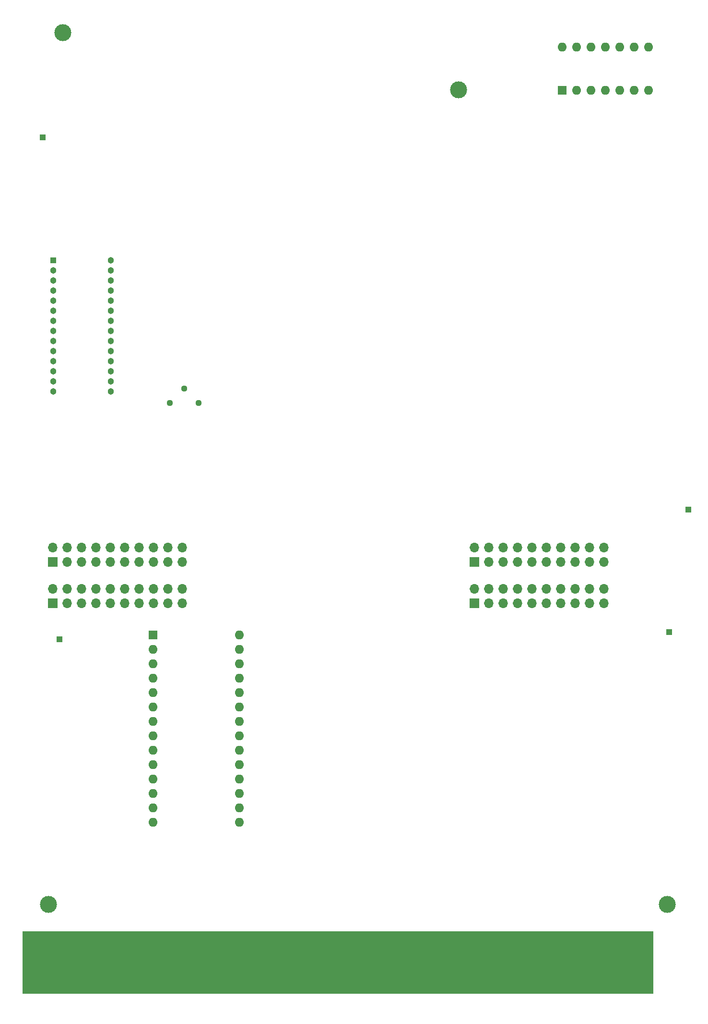
<source format=gbr>
%TF.GenerationSoftware,KiCad,Pcbnew,(5.1.9)-1*%
%TF.CreationDate,2021-07-10T01:48:30+09:00*%
%TF.ProjectId,invader-haichigae,696e7661-6465-4722-9d68-616963686967,rev?*%
%TF.SameCoordinates,Original*%
%TF.FileFunction,Soldermask,Bot*%
%TF.FilePolarity,Negative*%
%FSLAX46Y46*%
G04 Gerber Fmt 4.6, Leading zero omitted, Abs format (unit mm)*
G04 Created by KiCad (PCBNEW (5.1.9)-1) date 2021-07-10 01:48:30*
%MOMM*%
%LPD*%
G01*
G04 APERTURE LIST*
%ADD10C,0.100000*%
%ADD11C,3.000000*%
%ADD12R,1.000000X1.000000*%
%ADD13O,1.600000X1.600000*%
%ADD14R,1.600000X1.600000*%
%ADD15O,1.700000X1.700000*%
%ADD16R,1.700000X1.700000*%
%ADD17C,1.120000*%
%ADD18R,1.133000X1.133000*%
%ADD19C,1.133000*%
G04 APERTURE END LIST*
D10*
G36*
X149860000Y-189763400D02*
G01*
X38608000Y-189763400D01*
X38608000Y-178841400D01*
X149860000Y-178841400D01*
X149860000Y-189763400D01*
G37*
X149860000Y-189763400D02*
X38608000Y-189763400D01*
X38608000Y-178841400D01*
X149860000Y-178841400D01*
X149860000Y-189763400D01*
D11*
%TO.C,TP7*%
X43180000Y-174150000D03*
%TD*%
%TO.C,TP8*%
X152400000Y-174150000D03*
%TD*%
%TO.C,TP5*%
X45720000Y-20480000D03*
%TD*%
%TO.C,TP6*%
X115570000Y-30480000D03*
%TD*%
%TO.C,JAMMA2*%
G36*
G01*
X130201700Y-189340500D02*
X130201700Y-179340500D01*
G75*
G02*
X130252500Y-179289700I50800J0D01*
G01*
X132552500Y-179289700D01*
G75*
G02*
X132603300Y-179340500I0J-50800D01*
G01*
X132603300Y-189340500D01*
G75*
G02*
X132552500Y-189391300I-50800J0D01*
G01*
X130252500Y-189391300D01*
G75*
G02*
X130201700Y-189340500I0J50800D01*
G01*
G37*
G36*
G01*
X126241700Y-189340500D02*
X126241700Y-179340500D01*
G75*
G02*
X126292500Y-179289700I50800J0D01*
G01*
X128592500Y-179289700D01*
G75*
G02*
X128643300Y-179340500I0J-50800D01*
G01*
X128643300Y-189340500D01*
G75*
G02*
X128592500Y-189391300I-50800J0D01*
G01*
X126292500Y-189391300D01*
G75*
G02*
X126241700Y-189340500I0J50800D01*
G01*
G37*
G36*
G01*
X122281700Y-189340500D02*
X122281700Y-179340500D01*
G75*
G02*
X122332500Y-179289700I50800J0D01*
G01*
X124632500Y-179289700D01*
G75*
G02*
X124683300Y-179340500I0J-50800D01*
G01*
X124683300Y-189340500D01*
G75*
G02*
X124632500Y-189391300I-50800J0D01*
G01*
X122332500Y-189391300D01*
G75*
G02*
X122281700Y-189340500I0J50800D01*
G01*
G37*
G36*
G01*
X118321700Y-189340500D02*
X118321700Y-179340500D01*
G75*
G02*
X118372500Y-179289700I50800J0D01*
G01*
X120672500Y-179289700D01*
G75*
G02*
X120723300Y-179340500I0J-50800D01*
G01*
X120723300Y-189340500D01*
G75*
G02*
X120672500Y-189391300I-50800J0D01*
G01*
X118372500Y-189391300D01*
G75*
G02*
X118321700Y-189340500I0J50800D01*
G01*
G37*
G36*
G01*
X114361700Y-189340500D02*
X114361700Y-179340500D01*
G75*
G02*
X114412500Y-179289700I50800J0D01*
G01*
X116712500Y-179289700D01*
G75*
G02*
X116763300Y-179340500I0J-50800D01*
G01*
X116763300Y-189340500D01*
G75*
G02*
X116712500Y-189391300I-50800J0D01*
G01*
X114412500Y-189391300D01*
G75*
G02*
X114361700Y-189340500I0J50800D01*
G01*
G37*
G36*
G01*
X110401700Y-189340500D02*
X110401700Y-179340500D01*
G75*
G02*
X110452500Y-179289700I50800J0D01*
G01*
X112752500Y-179289700D01*
G75*
G02*
X112803300Y-179340500I0J-50800D01*
G01*
X112803300Y-189340500D01*
G75*
G02*
X112752500Y-189391300I-50800J0D01*
G01*
X110452500Y-189391300D01*
G75*
G02*
X110401700Y-189340500I0J50800D01*
G01*
G37*
G36*
G01*
X106441700Y-189340500D02*
X106441700Y-179340500D01*
G75*
G02*
X106492500Y-179289700I50800J0D01*
G01*
X108792500Y-179289700D01*
G75*
G02*
X108843300Y-179340500I0J-50800D01*
G01*
X108843300Y-189340500D01*
G75*
G02*
X108792500Y-189391300I-50800J0D01*
G01*
X106492500Y-189391300D01*
G75*
G02*
X106441700Y-189340500I0J50800D01*
G01*
G37*
G36*
G01*
X102481700Y-189340500D02*
X102481700Y-179340500D01*
G75*
G02*
X102532500Y-179289700I50800J0D01*
G01*
X104832500Y-179289700D01*
G75*
G02*
X104883300Y-179340500I0J-50800D01*
G01*
X104883300Y-189340500D01*
G75*
G02*
X104832500Y-189391300I-50800J0D01*
G01*
X102532500Y-189391300D01*
G75*
G02*
X102481700Y-189340500I0J50800D01*
G01*
G37*
G36*
G01*
X98521700Y-189340500D02*
X98521700Y-179340500D01*
G75*
G02*
X98572500Y-179289700I50800J0D01*
G01*
X100872500Y-179289700D01*
G75*
G02*
X100923300Y-179340500I0J-50800D01*
G01*
X100923300Y-189340500D01*
G75*
G02*
X100872500Y-189391300I-50800J0D01*
G01*
X98572500Y-189391300D01*
G75*
G02*
X98521700Y-189340500I0J50800D01*
G01*
G37*
G36*
G01*
X94561700Y-189340500D02*
X94561700Y-179340500D01*
G75*
G02*
X94612500Y-179289700I50800J0D01*
G01*
X96912500Y-179289700D01*
G75*
G02*
X96963300Y-179340500I0J-50800D01*
G01*
X96963300Y-189340500D01*
G75*
G02*
X96912500Y-189391300I-50800J0D01*
G01*
X94612500Y-189391300D01*
G75*
G02*
X94561700Y-189340500I0J50800D01*
G01*
G37*
G36*
G01*
X90601700Y-189340500D02*
X90601700Y-179340500D01*
G75*
G02*
X90652500Y-179289700I50800J0D01*
G01*
X92952500Y-179289700D01*
G75*
G02*
X93003300Y-179340500I0J-50800D01*
G01*
X93003300Y-189340500D01*
G75*
G02*
X92952500Y-189391300I-50800J0D01*
G01*
X90652500Y-189391300D01*
G75*
G02*
X90601700Y-189340500I0J50800D01*
G01*
G37*
G36*
G01*
X86641700Y-189340500D02*
X86641700Y-179340500D01*
G75*
G02*
X86692500Y-179289700I50800J0D01*
G01*
X88992500Y-179289700D01*
G75*
G02*
X89043300Y-179340500I0J-50800D01*
G01*
X89043300Y-189340500D01*
G75*
G02*
X88992500Y-189391300I-50800J0D01*
G01*
X86692500Y-189391300D01*
G75*
G02*
X86641700Y-189340500I0J50800D01*
G01*
G37*
G36*
G01*
X82681700Y-189340500D02*
X82681700Y-179340500D01*
G75*
G02*
X82732500Y-179289700I50800J0D01*
G01*
X85032500Y-179289700D01*
G75*
G02*
X85083300Y-179340500I0J-50800D01*
G01*
X85083300Y-189340500D01*
G75*
G02*
X85032500Y-189391300I-50800J0D01*
G01*
X82732500Y-189391300D01*
G75*
G02*
X82681700Y-189340500I0J50800D01*
G01*
G37*
G36*
G01*
X78721700Y-189340500D02*
X78721700Y-179340500D01*
G75*
G02*
X78772500Y-179289700I50800J0D01*
G01*
X81072500Y-179289700D01*
G75*
G02*
X81123300Y-179340500I0J-50800D01*
G01*
X81123300Y-189340500D01*
G75*
G02*
X81072500Y-189391300I-50800J0D01*
G01*
X78772500Y-189391300D01*
G75*
G02*
X78721700Y-189340500I0J50800D01*
G01*
G37*
G36*
G01*
X74761700Y-189340500D02*
X74761700Y-179340500D01*
G75*
G02*
X74812500Y-179289700I50800J0D01*
G01*
X77112500Y-179289700D01*
G75*
G02*
X77163300Y-179340500I0J-50800D01*
G01*
X77163300Y-189340500D01*
G75*
G02*
X77112500Y-189391300I-50800J0D01*
G01*
X74812500Y-189391300D01*
G75*
G02*
X74761700Y-189340500I0J50800D01*
G01*
G37*
G36*
G01*
X70801700Y-189340500D02*
X70801700Y-179340500D01*
G75*
G02*
X70852500Y-179289700I50800J0D01*
G01*
X73152500Y-179289700D01*
G75*
G02*
X73203300Y-179340500I0J-50800D01*
G01*
X73203300Y-189340500D01*
G75*
G02*
X73152500Y-189391300I-50800J0D01*
G01*
X70852500Y-189391300D01*
G75*
G02*
X70801700Y-189340500I0J50800D01*
G01*
G37*
G36*
G01*
X66841700Y-189340500D02*
X66841700Y-179340500D01*
G75*
G02*
X66892500Y-179289700I50800J0D01*
G01*
X69192500Y-179289700D01*
G75*
G02*
X69243300Y-179340500I0J-50800D01*
G01*
X69243300Y-189340500D01*
G75*
G02*
X69192500Y-189391300I-50800J0D01*
G01*
X66892500Y-189391300D01*
G75*
G02*
X66841700Y-189340500I0J50800D01*
G01*
G37*
G36*
G01*
X61323300Y-179340500D02*
X61323300Y-189340500D01*
G75*
G02*
X61272500Y-189391300I-50800J0D01*
G01*
X58972500Y-189391300D01*
G75*
G02*
X58921700Y-189340500I0J50800D01*
G01*
X58921700Y-179340500D01*
G75*
G02*
X58972500Y-179289700I50800J0D01*
G01*
X61272500Y-179289700D01*
G75*
G02*
X61323300Y-179340500I0J-50800D01*
G01*
G37*
G36*
G01*
X54961700Y-189340500D02*
X54961700Y-179340500D01*
G75*
G02*
X55012500Y-179289700I50800J0D01*
G01*
X57312500Y-179289700D01*
G75*
G02*
X57363300Y-179340500I0J-50800D01*
G01*
X57363300Y-189340500D01*
G75*
G02*
X57312500Y-189391300I-50800J0D01*
G01*
X55012500Y-189391300D01*
G75*
G02*
X54961700Y-189340500I0J50800D01*
G01*
G37*
G36*
G01*
X51001700Y-189340500D02*
X51001700Y-179340500D01*
G75*
G02*
X51052500Y-179289700I50800J0D01*
G01*
X53352500Y-179289700D01*
G75*
G02*
X53403300Y-179340500I0J-50800D01*
G01*
X53403300Y-189340500D01*
G75*
G02*
X53352500Y-189391300I-50800J0D01*
G01*
X51052500Y-189391300D01*
G75*
G02*
X51001700Y-189340500I0J50800D01*
G01*
G37*
G36*
G01*
X47041700Y-189340500D02*
X47041700Y-179340500D01*
G75*
G02*
X47092500Y-179289700I50800J0D01*
G01*
X49392500Y-179289700D01*
G75*
G02*
X49443300Y-179340500I0J-50800D01*
G01*
X49443300Y-189340500D01*
G75*
G02*
X49392500Y-189391300I-50800J0D01*
G01*
X47092500Y-189391300D01*
G75*
G02*
X47041700Y-189340500I0J50800D01*
G01*
G37*
G36*
G01*
X43081700Y-189340500D02*
X43081700Y-179340500D01*
G75*
G02*
X43132500Y-179289700I50800J0D01*
G01*
X45432500Y-179289700D01*
G75*
G02*
X45483300Y-179340500I0J-50800D01*
G01*
X45483300Y-189340500D01*
G75*
G02*
X45432500Y-189391300I-50800J0D01*
G01*
X43132500Y-189391300D01*
G75*
G02*
X43081700Y-189340500I0J50800D01*
G01*
G37*
G36*
G01*
X39121700Y-189340500D02*
X39121700Y-179340500D01*
G75*
G02*
X39172500Y-179289700I50800J0D01*
G01*
X41472500Y-179289700D01*
G75*
G02*
X41523300Y-179340500I0J-50800D01*
G01*
X41523300Y-189340500D01*
G75*
G02*
X41472500Y-189391300I-50800J0D01*
G01*
X39172500Y-189391300D01*
G75*
G02*
X39121700Y-189340500I0J50800D01*
G01*
G37*
G36*
G01*
X142081700Y-189340500D02*
X142081700Y-179340500D01*
G75*
G02*
X142132500Y-179289700I50800J0D01*
G01*
X144432500Y-179289700D01*
G75*
G02*
X144483300Y-179340500I0J-50800D01*
G01*
X144483300Y-189340500D01*
G75*
G02*
X144432500Y-189391300I-50800J0D01*
G01*
X142132500Y-189391300D01*
G75*
G02*
X142081700Y-189340500I0J50800D01*
G01*
G37*
G36*
G01*
X138121700Y-189340500D02*
X138121700Y-179340500D01*
G75*
G02*
X138172500Y-179289700I50800J0D01*
G01*
X140472500Y-179289700D01*
G75*
G02*
X140523300Y-179340500I0J-50800D01*
G01*
X140523300Y-189340500D01*
G75*
G02*
X140472500Y-189391300I-50800J0D01*
G01*
X138172500Y-189391300D01*
G75*
G02*
X138121700Y-189340500I0J50800D01*
G01*
G37*
G36*
G01*
X134161700Y-189340500D02*
X134161700Y-179340500D01*
G75*
G02*
X134212500Y-179289700I50800J0D01*
G01*
X136512500Y-179289700D01*
G75*
G02*
X136563300Y-179340500I0J-50800D01*
G01*
X136563300Y-189340500D01*
G75*
G02*
X136512500Y-189391300I-50800J0D01*
G01*
X134212500Y-189391300D01*
G75*
G02*
X134161700Y-189340500I0J50800D01*
G01*
G37*
G36*
G01*
X146041700Y-189340500D02*
X146041700Y-179340500D01*
G75*
G02*
X146092500Y-179289700I50800J0D01*
G01*
X148392500Y-179289700D01*
G75*
G02*
X148443300Y-179340500I0J-50800D01*
G01*
X148443300Y-189340500D01*
G75*
G02*
X148392500Y-189391300I-50800J0D01*
G01*
X146092500Y-189391300D01*
G75*
G02*
X146041700Y-189340500I0J50800D01*
G01*
G37*
%TD*%
D12*
%TO.C,TP4*%
X156146500Y-104521000D03*
%TD*%
%TO.C,TP3*%
X42164000Y-38925500D03*
%TD*%
%TO.C,TP2*%
X45148500Y-127381000D03*
%TD*%
%TO.C,TP1*%
X152781000Y-126111000D03*
%TD*%
D13*
%TO.C,U15*%
X76898500Y-126580900D03*
X61658500Y-159600900D03*
X76898500Y-129120900D03*
X61658500Y-157060900D03*
X76898500Y-131660900D03*
X61658500Y-154520900D03*
X76898500Y-134200900D03*
X61658500Y-151980900D03*
X76898500Y-136740900D03*
X61658500Y-149440900D03*
X76898500Y-139280900D03*
X61658500Y-146900900D03*
X76898500Y-141820900D03*
X61658500Y-144360900D03*
X76898500Y-144360900D03*
X61658500Y-141820900D03*
X76898500Y-146900900D03*
X61658500Y-139280900D03*
X76898500Y-149440900D03*
X61658500Y-136740900D03*
X76898500Y-151980900D03*
X61658500Y-134200900D03*
X76898500Y-154520900D03*
X61658500Y-131660900D03*
X76898500Y-157060900D03*
X61658500Y-129120900D03*
X76898500Y-159600900D03*
D14*
X61658500Y-126580900D03*
%TD*%
D15*
%TO.C,J5*%
X66852500Y-111180500D03*
X66852500Y-113720500D03*
X64312500Y-111180500D03*
X64312500Y-113720500D03*
X61772500Y-111180500D03*
X61772500Y-113720500D03*
X59232500Y-111180500D03*
X59232500Y-113720500D03*
X56692500Y-111180500D03*
X56692500Y-113720500D03*
X54152500Y-111180500D03*
X54152500Y-113720500D03*
X51612500Y-111180500D03*
X51612500Y-113720500D03*
X49072500Y-111180500D03*
X49072500Y-113720500D03*
X46532500Y-111180500D03*
X46532500Y-113720500D03*
X43992500Y-111180500D03*
D16*
X43992500Y-113720500D03*
%TD*%
D15*
%TO.C,J4*%
X141252500Y-111180500D03*
X141252500Y-113720500D03*
X138712500Y-111180500D03*
X138712500Y-113720500D03*
X136172500Y-111180500D03*
X136172500Y-113720500D03*
X133632500Y-111180500D03*
X133632500Y-113720500D03*
X131092500Y-111180500D03*
X131092500Y-113720500D03*
X128552500Y-111180500D03*
X128552500Y-113720500D03*
X126012500Y-111180500D03*
X126012500Y-113720500D03*
X123472500Y-111180500D03*
X123472500Y-113720500D03*
X120932500Y-111180500D03*
X120932500Y-113720500D03*
X118392500Y-111180500D03*
D16*
X118392500Y-113720500D03*
%TD*%
D15*
%TO.C,J3*%
X141252500Y-118480500D03*
X141252500Y-121020500D03*
X138712500Y-118480500D03*
X138712500Y-121020500D03*
X136172500Y-118480500D03*
X136172500Y-121020500D03*
X133632500Y-118480500D03*
X133632500Y-121020500D03*
X131092500Y-118480500D03*
X131092500Y-121020500D03*
X128552500Y-118480500D03*
X128552500Y-121020500D03*
X126012500Y-118480500D03*
X126012500Y-121020500D03*
X123472500Y-118480500D03*
X123472500Y-121020500D03*
X120932500Y-118480500D03*
X120932500Y-121020500D03*
X118392500Y-118480500D03*
D16*
X118392500Y-121020500D03*
%TD*%
D15*
%TO.C,J2*%
X66852500Y-118480500D03*
X66852500Y-121020500D03*
X64312500Y-118480500D03*
X64312500Y-121020500D03*
X61772500Y-118480500D03*
X61772500Y-121020500D03*
X59232500Y-118480500D03*
X59232500Y-121020500D03*
X56692500Y-118480500D03*
X56692500Y-121020500D03*
X54152500Y-118480500D03*
X54152500Y-121020500D03*
X51612500Y-118480500D03*
X51612500Y-121020500D03*
X49072500Y-118480500D03*
X49072500Y-121020500D03*
X46532500Y-118480500D03*
X46532500Y-121020500D03*
X43992500Y-118480500D03*
D16*
X43992500Y-121020500D03*
%TD*%
D14*
%TO.C,U801*%
X133847260Y-30620600D03*
D13*
X149087260Y-23000600D03*
X136387260Y-30620600D03*
X146547260Y-23000600D03*
X138927260Y-30620600D03*
X144007260Y-23000600D03*
X141467260Y-30620600D03*
X141467260Y-23000600D03*
X144007260Y-30620600D03*
X138927260Y-23000600D03*
X146547260Y-30620600D03*
X136387260Y-23000600D03*
X149087260Y-30620600D03*
X133847260Y-23000600D03*
%TD*%
D17*
%TO.C,VR8*%
X69659500Y-85686900D03*
X67119500Y-83146900D03*
X64579500Y-85686900D03*
%TD*%
D18*
%TO.C,IC6*%
X44025260Y-60539600D03*
D19*
X44025260Y-62319600D03*
X44025260Y-64099600D03*
X44025260Y-65879600D03*
X44025260Y-67659600D03*
X44025260Y-69439600D03*
X44025260Y-71219600D03*
X44025260Y-72999600D03*
X44025260Y-74779600D03*
X44025260Y-76559600D03*
X44025260Y-78339600D03*
X44025260Y-80119600D03*
X44025260Y-81899600D03*
X44025260Y-83679600D03*
X54185260Y-83679600D03*
X54185260Y-81899600D03*
X54185260Y-80119600D03*
X54185260Y-78339600D03*
X54185260Y-76559600D03*
X54185260Y-74779600D03*
X54185260Y-72999600D03*
X54185260Y-71219600D03*
X54185260Y-69439600D03*
X54185260Y-67659600D03*
X54185260Y-65879600D03*
X54185260Y-64099600D03*
X54185260Y-62319600D03*
X54185260Y-60539600D03*
%TD*%
M02*

</source>
